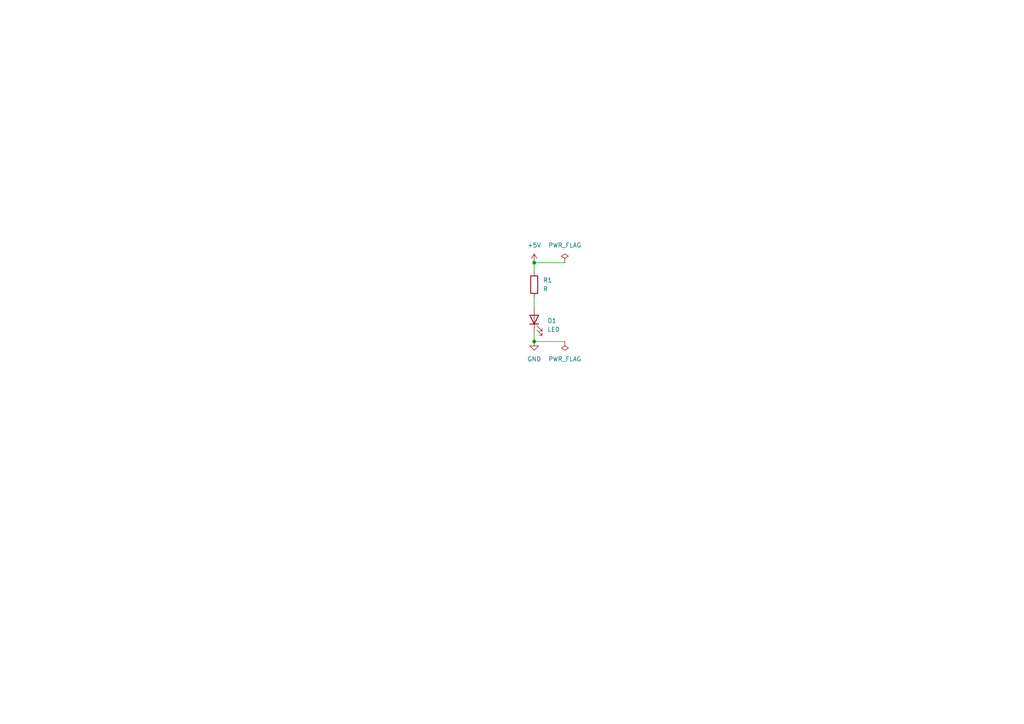
<source format=kicad_sch>
(kicad_sch (version 20231120) (generator "eeschema") (generator_version "8.0")
  (paper "A4")
  (title_block (title "BME688-ML") (date "${releaseDate}") (rev "V${majorVersion}.${minorVersion}") (company "www.strooom.be"))
  (lib_symbols
    (symbol "Device:LED" (pin_numbers hide) (pin_names (offset 1.016) hide)
      (property "Reference" "D" (at 0 2.54 0))
      (property "Value" "LED" (at 0 -2.54 0))
      (symbol "LED_0_1"
        (polyline (pts (xy -1.27 -1.27) (xy -1.27 1.27)) (stroke (width 0.254)))
        (polyline (pts (xy -1.27 0) (xy 1.27 0)))
        (polyline (pts (xy 1.27 -1.27) (xy 1.27 1.27) (xy -1.27 0) (xy 1.27 -1.27)) (stroke (width 0.254)))
        (polyline (pts (xy -3.048 -0.762) (xy -4.572 -2.286) (xy -3.81 -2.286) (xy -4.572 -2.286) (xy -4.572 -1.524)))
        (polyline (pts (xy -1.778 -0.762) (xy -3.302 -2.286) (xy -2.54 -2.286) (xy -3.302 -2.286) (xy -3.302 -1.524)))
      )
      (symbol "LED_1_1"
        (pin passive line (at -3.81 0 0) (length 2.54) (name "K") (number "1"))
        (pin passive line (at 3.81 0 180) (length 2.54) (name "A") (number "2"))
      )
    )
    (symbol "Device:R" (pin_numbers hide) (pin_names (offset 0))
      (property "Reference" "R" (at 2.032 0 90))
      (property "Value" "R" (at 0 0 90))
      (symbol "R_0_1"
        (rectangle (start -1.016 -2.54) (end 1.016 2.54) (stroke (width 0.254)))
      )
      (symbol "R_1_1"
        (pin passive line (at 0 3.81 270) (length 1.27) (name "~") (number "1"))
        (pin passive line (at 0 -3.81 90) (length 1.27) (name "~") (number "2"))
      )
    )
    (symbol "power:+5V" (power) (pin_numbers hide) (pin_names (offset 0) hide)
      (property "Value" "+5V" (at 0 3.556 0))
      (symbol "+5V_0_1"
        (polyline (pts (xy -0.762 1.27) (xy 0 2.54)))
        (polyline (pts (xy 0 0) (xy 0 2.54)))
        (polyline (pts (xy 0 2.54) (xy 0.762 1.27)))
      )
      (symbol "+5V_1_1"
        (pin power_in line (at 0 0 90) (length 0) (name "~") (number "1"))
      )
    )
    (symbol "power:GND" (power) (pin_numbers hide) (pin_names (offset 0) hide)
      (property "Value" "GND" (at 0 -3.81 0))
      (symbol "GND_0_1"
        (polyline (pts (xy 0 0) (xy 0 -1.27) (xy 1.27 -1.27) (xy 0 -2.54) (xy -1.27 -1.27) (xy 0 -1.27)))
      )
      (symbol "GND_1_1"
        (pin power_in line (at 0 0 270) (length 0) (name "~") (number "1"))
      )
    )
    (symbol "power:PWR_FLAG" (power) (pin_numbers hide) (pin_names (offset 0) hide)
      (property "Value" "PWR_FLAG" (at 0 3.81 0))
      (symbol "PWR_FLAG_0_0"
        (pin power_out line (at 0 0 90) (length 0) (name "~") (number "1"))
      )
      (symbol "PWR_FLAG_0_1"
        (polyline (pts (xy 0 0) (xy 0 1.27) (xy -1.016 1.905) (xy 0 2.54) (xy 1.016 1.905) (xy 0 1.27)))
      )
    )
  )
  (junction (at 154.94 99.06))
  (junction (at 154.94 76.2))
  (wire (pts (xy 154.94 76.2) (xy 154.94 78.74)))
  (wire (pts (xy 154.94 99.06) (xy 163.83 99.06)))
  (wire (pts (xy 154.94 86.36) (xy 154.94 88.9)))
  (wire (pts (xy 154.94 96.52) (xy 154.94 99.06)))
  (wire (pts (xy 154.94 76.2) (xy 163.83 76.2)))
  (symbol (lib_id "power:+5V") (at 154.94 76.2 0) (unit 1)
    (property "Reference" "#PWR01" (effects (hide yes)))
    (property "Value" "+5V" (at 154.94 71.12 0))
    (property "Description" "Power symbol creates a global label with name \"+5V\"" (effects (hide yes)))
  )
  (symbol (lib_id "Device:R") (at 154.94 82.55 0) (unit 1)
    (property "Reference" "R1" (at 157.48 81.2799 0) (effects (justify left)))
    (property "Value" "R" (at 157.48 83.8199 0) (effects (justify left)))
    (property "Footprint" "Resistor_SMD:R_0603_1608Metric" (effects (hide yes)))
    (property "Description" "Resistor" (effects (hide yes)))
  )
  (symbol (lib_id "Device:LED") (at 154.94 92.71 90) (unit 1)
    (property "Reference" "D1" (at 158.75 93.0274 90) (effects (justify right)))
    (property "Value" "LED" (at 158.75 95.5674 90) (effects (justify right)))
    (property "Footprint" "LED_SMD:LED_0603_1608Metric" (effects (hide yes)))
    (property "Description" "Light emitting diode" (effects (hide yes)))
  )
  (symbol (lib_id "power:PWR_FLAG") (at 163.83 99.06 180) (unit 1)
    (property "Reference" "#FLG02" (effects (hide yes)))
    (property "Value" "PWR_FLAG" (at 163.83 104.14 0))
    (property "Description" "Special symbol for telling ERC where power comes from" (effects (hide yes)))
  )
  (symbol (lib_id "power:PWR_FLAG") (at 163.83 76.2 0) (unit 1)
    (property "Reference" "#FLG01" (effects (hide yes)))
    (property "Value" "PWR_FLAG" (at 163.83 71.12 0))
    (property "Description" "Special symbol for telling ERC where power comes from" (effects (hide yes)))
  )
  (symbol (lib_id "power:GND") (at 154.94 99.06 0) (unit 1)
    (property "Reference" "#PWR02" (effects (hide yes)))
    (property "Value" "GND" (at 154.94 104.14 0))
    (property "Description" "Power symbol creates a global label with name \"GND\" , ground" (effects (hide yes)))
  )
)
</source>
